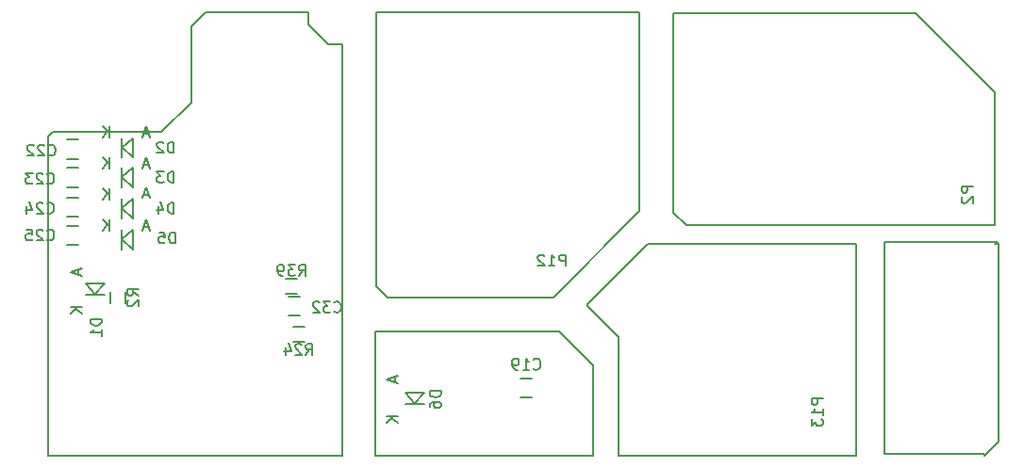
<source format=gbo>
G04 #@! TF.FileFunction,Legend,Bot*
%FSLAX46Y46*%
G04 Gerber Fmt 4.6, Leading zero omitted, Abs format (unit mm)*
G04 Created by KiCad (PCBNEW 0.201511171411+6319~30~ubuntu15.10.1-product) date Fr 04 Dez 2015 11:26:38 CET*
%MOMM*%
G01*
G04 APERTURE LIST*
%ADD10C,0.100000*%
%ADD11C,0.200000*%
%ADD12C,0.150000*%
G04 APERTURE END LIST*
D10*
D11*
X144272000Y-39497000D02*
X153543000Y-39497000D01*
X143002000Y-40767000D02*
X144272000Y-39497000D01*
X143002000Y-47625000D02*
X143002000Y-40767000D01*
X140335000Y-50292000D02*
X143002000Y-47625000D01*
X137160000Y-50292000D02*
X140335000Y-50292000D01*
X175514000Y-65151000D02*
X160655000Y-65151000D01*
X159639000Y-64135000D02*
X159639000Y-39497000D01*
X159639000Y-64135000D02*
X160655000Y-65151000D01*
X156591000Y-42418000D02*
X156591000Y-79375000D01*
X153543000Y-40640000D02*
X153543000Y-39497000D01*
X155321000Y-42418000D02*
X153543000Y-40640000D01*
X156591000Y-42418000D02*
X155321000Y-42418000D01*
X205232000Y-79248000D02*
X214249000Y-79248000D01*
X205232000Y-60198000D02*
X205232000Y-79248000D01*
X215392000Y-60198000D02*
X215519000Y-60325000D01*
X205232000Y-60198000D02*
X215392000Y-60198000D01*
X202692000Y-60325000D02*
X184023000Y-60325000D01*
X202692000Y-79375000D02*
X202692000Y-60325000D01*
X202692000Y-79375000D02*
X181356000Y-79375000D01*
X215519000Y-60325000D02*
X215138000Y-60325000D01*
X215519000Y-78105000D02*
X215519000Y-60325000D01*
X214249000Y-79375000D02*
X215519000Y-78105000D01*
X156591000Y-79375000D02*
X130175000Y-79375000D01*
X179070000Y-79375000D02*
X159512000Y-79375000D01*
X181356000Y-68707000D02*
X181356000Y-79375000D01*
X180848000Y-68199000D02*
X181356000Y-68707000D01*
X179070000Y-71247000D02*
X179070000Y-79375000D01*
X176022000Y-68199000D02*
X179070000Y-71247000D01*
X178562000Y-65786000D02*
X184023000Y-60325000D01*
X208026000Y-39624000D02*
X186309000Y-39624000D01*
X215138000Y-46736000D02*
X208026000Y-39624000D01*
X215138000Y-58674000D02*
X215138000Y-46736000D01*
X186309000Y-57531000D02*
X186309000Y-57404000D01*
X187452000Y-58674000D02*
X186309000Y-57531000D01*
X215138000Y-58674000D02*
X187452000Y-58674000D01*
X186309000Y-39624000D02*
X186309000Y-57404000D01*
X183261000Y-39497000D02*
X159639000Y-39497000D01*
X183261000Y-57404000D02*
X183261000Y-39497000D01*
X175514000Y-65151000D02*
X183261000Y-57404000D01*
X159512000Y-68199000D02*
X159512000Y-79375000D01*
X130175000Y-78105000D02*
X130175000Y-79375000D01*
X130175000Y-50673000D02*
X130175000Y-78105000D01*
X130556000Y-50292000D02*
X130175000Y-50673000D01*
X137160000Y-50292000D02*
X130556000Y-50292000D01*
X178562000Y-65913000D02*
X178562000Y-65786000D01*
X180848000Y-68199000D02*
X178562000Y-65913000D01*
X159512000Y-68199000D02*
X176149000Y-68199000D01*
D12*
X172601000Y-72429000D02*
X173601000Y-72429000D01*
X173601000Y-74129000D02*
X172601000Y-74129000D01*
X131834000Y-50966000D02*
X132834000Y-50966000D01*
X132834000Y-52666000D02*
X131834000Y-52666000D01*
X131834000Y-53506000D02*
X132834000Y-53506000D01*
X132834000Y-55206000D02*
X131834000Y-55206000D01*
X131834000Y-56173000D02*
X132834000Y-56173000D01*
X132834000Y-57873000D02*
X131834000Y-57873000D01*
X131834000Y-58713000D02*
X132834000Y-58713000D01*
X132834000Y-60413000D02*
X131834000Y-60413000D01*
X137073000Y-65651000D02*
X137073000Y-64651000D01*
X135723000Y-64651000D02*
X135723000Y-65651000D01*
X134315200Y-64916240D02*
X135216000Y-63915480D01*
X135216000Y-63915480D02*
X133516000Y-63915480D01*
X133516000Y-63915480D02*
X134366000Y-64916240D01*
X135216000Y-64916240D02*
X133516000Y-64916240D01*
X136759760Y-51638200D02*
X137760520Y-52539000D01*
X137760520Y-52539000D02*
X137760520Y-50839000D01*
X137760520Y-50839000D02*
X136759760Y-51689000D01*
X136759760Y-52539000D02*
X136759760Y-50839000D01*
X136759760Y-54305200D02*
X137760520Y-55206000D01*
X137760520Y-55206000D02*
X137760520Y-53506000D01*
X137760520Y-53506000D02*
X136759760Y-54356000D01*
X136759760Y-55206000D02*
X136759760Y-53506000D01*
X136759760Y-57099200D02*
X137760520Y-58000000D01*
X137760520Y-58000000D02*
X137760520Y-56300000D01*
X137760520Y-56300000D02*
X136759760Y-57150000D01*
X136759760Y-58000000D02*
X136759760Y-56300000D01*
X136759760Y-59893200D02*
X137760520Y-60794000D01*
X137760520Y-60794000D02*
X137760520Y-59094000D01*
X137760520Y-59094000D02*
X136759760Y-59944000D01*
X136759760Y-60794000D02*
X136759760Y-59094000D01*
X152773000Y-66763000D02*
X151773000Y-66763000D01*
X151773000Y-65063000D02*
X152773000Y-65063000D01*
X163017200Y-74695240D02*
X163918000Y-73694480D01*
X163918000Y-73694480D02*
X162218000Y-73694480D01*
X162218000Y-73694480D02*
X163068000Y-74695240D01*
X163918000Y-74695240D02*
X162218000Y-74695240D01*
X153154000Y-67778000D02*
X152154000Y-67778000D01*
X152154000Y-69128000D02*
X153154000Y-69128000D01*
X151519000Y-64810000D02*
X152519000Y-64810000D01*
X152519000Y-63460000D02*
X151519000Y-63460000D01*
X173743857Y-71536143D02*
X173791476Y-71583762D01*
X173934333Y-71631381D01*
X174029571Y-71631381D01*
X174172429Y-71583762D01*
X174267667Y-71488524D01*
X174315286Y-71393286D01*
X174362905Y-71202810D01*
X174362905Y-71059952D01*
X174315286Y-70869476D01*
X174267667Y-70774238D01*
X174172429Y-70679000D01*
X174029571Y-70631381D01*
X173934333Y-70631381D01*
X173791476Y-70679000D01*
X173743857Y-70726619D01*
X172791476Y-71631381D02*
X173362905Y-71631381D01*
X173077191Y-71631381D02*
X173077191Y-70631381D01*
X173172429Y-70774238D01*
X173267667Y-70869476D01*
X173362905Y-70917095D01*
X172315286Y-71631381D02*
X172124810Y-71631381D01*
X172029571Y-71583762D01*
X171981952Y-71536143D01*
X171886714Y-71393286D01*
X171839095Y-71202810D01*
X171839095Y-70821857D01*
X171886714Y-70726619D01*
X171934333Y-70679000D01*
X172029571Y-70631381D01*
X172220048Y-70631381D01*
X172315286Y-70679000D01*
X172362905Y-70726619D01*
X172410524Y-70821857D01*
X172410524Y-71059952D01*
X172362905Y-71155190D01*
X172315286Y-71202810D01*
X172220048Y-71250429D01*
X172029571Y-71250429D01*
X171934333Y-71202810D01*
X171886714Y-71155190D01*
X171839095Y-71059952D01*
X130182857Y-52300143D02*
X130230476Y-52347762D01*
X130373333Y-52395381D01*
X130468571Y-52395381D01*
X130611429Y-52347762D01*
X130706667Y-52252524D01*
X130754286Y-52157286D01*
X130801905Y-51966810D01*
X130801905Y-51823952D01*
X130754286Y-51633476D01*
X130706667Y-51538238D01*
X130611429Y-51443000D01*
X130468571Y-51395381D01*
X130373333Y-51395381D01*
X130230476Y-51443000D01*
X130182857Y-51490619D01*
X129801905Y-51490619D02*
X129754286Y-51443000D01*
X129659048Y-51395381D01*
X129420952Y-51395381D01*
X129325714Y-51443000D01*
X129278095Y-51490619D01*
X129230476Y-51585857D01*
X129230476Y-51681095D01*
X129278095Y-51823952D01*
X129849524Y-52395381D01*
X129230476Y-52395381D01*
X128849524Y-51490619D02*
X128801905Y-51443000D01*
X128706667Y-51395381D01*
X128468571Y-51395381D01*
X128373333Y-51443000D01*
X128325714Y-51490619D01*
X128278095Y-51585857D01*
X128278095Y-51681095D01*
X128325714Y-51823952D01*
X128897143Y-52395381D01*
X128278095Y-52395381D01*
X130055857Y-54840143D02*
X130103476Y-54887762D01*
X130246333Y-54935381D01*
X130341571Y-54935381D01*
X130484429Y-54887762D01*
X130579667Y-54792524D01*
X130627286Y-54697286D01*
X130674905Y-54506810D01*
X130674905Y-54363952D01*
X130627286Y-54173476D01*
X130579667Y-54078238D01*
X130484429Y-53983000D01*
X130341571Y-53935381D01*
X130246333Y-53935381D01*
X130103476Y-53983000D01*
X130055857Y-54030619D01*
X129674905Y-54030619D02*
X129627286Y-53983000D01*
X129532048Y-53935381D01*
X129293952Y-53935381D01*
X129198714Y-53983000D01*
X129151095Y-54030619D01*
X129103476Y-54125857D01*
X129103476Y-54221095D01*
X129151095Y-54363952D01*
X129722524Y-54935381D01*
X129103476Y-54935381D01*
X128770143Y-53935381D02*
X128151095Y-53935381D01*
X128484429Y-54316333D01*
X128341571Y-54316333D01*
X128246333Y-54363952D01*
X128198714Y-54411571D01*
X128151095Y-54506810D01*
X128151095Y-54744905D01*
X128198714Y-54840143D01*
X128246333Y-54887762D01*
X128341571Y-54935381D01*
X128627286Y-54935381D01*
X128722524Y-54887762D01*
X128770143Y-54840143D01*
X130055857Y-57507143D02*
X130103476Y-57554762D01*
X130246333Y-57602381D01*
X130341571Y-57602381D01*
X130484429Y-57554762D01*
X130579667Y-57459524D01*
X130627286Y-57364286D01*
X130674905Y-57173810D01*
X130674905Y-57030952D01*
X130627286Y-56840476D01*
X130579667Y-56745238D01*
X130484429Y-56650000D01*
X130341571Y-56602381D01*
X130246333Y-56602381D01*
X130103476Y-56650000D01*
X130055857Y-56697619D01*
X129674905Y-56697619D02*
X129627286Y-56650000D01*
X129532048Y-56602381D01*
X129293952Y-56602381D01*
X129198714Y-56650000D01*
X129151095Y-56697619D01*
X129103476Y-56792857D01*
X129103476Y-56888095D01*
X129151095Y-57030952D01*
X129722524Y-57602381D01*
X129103476Y-57602381D01*
X128246333Y-56935714D02*
X128246333Y-57602381D01*
X128484429Y-56554762D02*
X128722524Y-57269048D01*
X128103476Y-57269048D01*
X130055857Y-59920143D02*
X130103476Y-59967762D01*
X130246333Y-60015381D01*
X130341571Y-60015381D01*
X130484429Y-59967762D01*
X130579667Y-59872524D01*
X130627286Y-59777286D01*
X130674905Y-59586810D01*
X130674905Y-59443952D01*
X130627286Y-59253476D01*
X130579667Y-59158238D01*
X130484429Y-59063000D01*
X130341571Y-59015381D01*
X130246333Y-59015381D01*
X130103476Y-59063000D01*
X130055857Y-59110619D01*
X129674905Y-59110619D02*
X129627286Y-59063000D01*
X129532048Y-59015381D01*
X129293952Y-59015381D01*
X129198714Y-59063000D01*
X129151095Y-59110619D01*
X129103476Y-59205857D01*
X129103476Y-59301095D01*
X129151095Y-59443952D01*
X129722524Y-60015381D01*
X129103476Y-60015381D01*
X128198714Y-59015381D02*
X128674905Y-59015381D01*
X128722524Y-59491571D01*
X128674905Y-59443952D01*
X128579667Y-59396333D01*
X128341571Y-59396333D01*
X128246333Y-59443952D01*
X128198714Y-59491571D01*
X128151095Y-59586810D01*
X128151095Y-59824905D01*
X128198714Y-59920143D01*
X128246333Y-59967762D01*
X128341571Y-60015381D01*
X128579667Y-60015381D01*
X128674905Y-59967762D01*
X128722524Y-59920143D01*
X213177381Y-55141905D02*
X212177381Y-55141905D01*
X212177381Y-55522858D01*
X212225000Y-55618096D01*
X212272619Y-55665715D01*
X212367857Y-55713334D01*
X212510714Y-55713334D01*
X212605952Y-55665715D01*
X212653571Y-55618096D01*
X212701190Y-55522858D01*
X212701190Y-55141905D01*
X212272619Y-56094286D02*
X212225000Y-56141905D01*
X212177381Y-56237143D01*
X212177381Y-56475239D01*
X212225000Y-56570477D01*
X212272619Y-56618096D01*
X212367857Y-56665715D01*
X212463095Y-56665715D01*
X212605952Y-56618096D01*
X213177381Y-56046667D01*
X213177381Y-56665715D01*
X138247381Y-64984334D02*
X137771190Y-64651000D01*
X138247381Y-64412905D02*
X137247381Y-64412905D01*
X137247381Y-64793858D01*
X137295000Y-64889096D01*
X137342619Y-64936715D01*
X137437857Y-64984334D01*
X137580714Y-64984334D01*
X137675952Y-64936715D01*
X137723571Y-64889096D01*
X137771190Y-64793858D01*
X137771190Y-64412905D01*
X137342619Y-65365286D02*
X137295000Y-65412905D01*
X137247381Y-65508143D01*
X137247381Y-65746239D01*
X137295000Y-65841477D01*
X137342619Y-65889096D01*
X137437857Y-65936715D01*
X137533095Y-65936715D01*
X137675952Y-65889096D01*
X138247381Y-65317667D01*
X138247381Y-65936715D01*
X134945381Y-67079905D02*
X133945381Y-67079905D01*
X133945381Y-67318000D01*
X133993000Y-67460858D01*
X134088238Y-67556096D01*
X134183476Y-67603715D01*
X134373952Y-67651334D01*
X134516810Y-67651334D01*
X134707286Y-67603715D01*
X134802524Y-67556096D01*
X134897762Y-67460858D01*
X134945381Y-67318000D01*
X134945381Y-67079905D01*
X134945381Y-68603715D02*
X134945381Y-68032286D01*
X134945381Y-68318000D02*
X133945381Y-68318000D01*
X134088238Y-68222762D01*
X134183476Y-68127524D01*
X134231095Y-68032286D01*
X133167381Y-66032095D02*
X132167381Y-66032095D01*
X133167381Y-66603524D02*
X132595952Y-66174952D01*
X132167381Y-66603524D02*
X132738810Y-66032095D01*
X132881667Y-62626905D02*
X132881667Y-63103096D01*
X133167381Y-62531667D02*
X132167381Y-62865000D01*
X133167381Y-63198334D01*
X141454095Y-52141381D02*
X141454095Y-51141381D01*
X141216000Y-51141381D01*
X141073142Y-51189000D01*
X140977904Y-51284238D01*
X140930285Y-51379476D01*
X140882666Y-51569952D01*
X140882666Y-51712810D01*
X140930285Y-51903286D01*
X140977904Y-51998524D01*
X141073142Y-52093762D01*
X141216000Y-52141381D01*
X141454095Y-52141381D01*
X140501714Y-51236619D02*
X140454095Y-51189000D01*
X140358857Y-51141381D01*
X140120761Y-51141381D01*
X140025523Y-51189000D01*
X139977904Y-51236619D01*
X139930285Y-51331857D01*
X139930285Y-51427095D01*
X139977904Y-51569952D01*
X140549333Y-52141381D01*
X139930285Y-52141381D01*
X135643905Y-50744381D02*
X135643905Y-49744381D01*
X135072476Y-50744381D02*
X135501048Y-50172952D01*
X135072476Y-49744381D02*
X135643905Y-50315810D01*
X139176095Y-50458667D02*
X138699904Y-50458667D01*
X139271333Y-50744381D02*
X138938000Y-49744381D01*
X138604666Y-50744381D01*
X141454095Y-54808381D02*
X141454095Y-53808381D01*
X141216000Y-53808381D01*
X141073142Y-53856000D01*
X140977904Y-53951238D01*
X140930285Y-54046476D01*
X140882666Y-54236952D01*
X140882666Y-54379810D01*
X140930285Y-54570286D01*
X140977904Y-54665524D01*
X141073142Y-54760762D01*
X141216000Y-54808381D01*
X141454095Y-54808381D01*
X140549333Y-53808381D02*
X139930285Y-53808381D01*
X140263619Y-54189333D01*
X140120761Y-54189333D01*
X140025523Y-54236952D01*
X139977904Y-54284571D01*
X139930285Y-54379810D01*
X139930285Y-54617905D01*
X139977904Y-54713143D01*
X140025523Y-54760762D01*
X140120761Y-54808381D01*
X140406476Y-54808381D01*
X140501714Y-54760762D01*
X140549333Y-54713143D01*
X135643905Y-53538381D02*
X135643905Y-52538381D01*
X135072476Y-53538381D02*
X135501048Y-52966952D01*
X135072476Y-52538381D02*
X135643905Y-53109810D01*
X139176095Y-53252667D02*
X138699904Y-53252667D01*
X139271333Y-53538381D02*
X138938000Y-52538381D01*
X138604666Y-53538381D01*
X141454095Y-57602381D02*
X141454095Y-56602381D01*
X141216000Y-56602381D01*
X141073142Y-56650000D01*
X140977904Y-56745238D01*
X140930285Y-56840476D01*
X140882666Y-57030952D01*
X140882666Y-57173810D01*
X140930285Y-57364286D01*
X140977904Y-57459524D01*
X141073142Y-57554762D01*
X141216000Y-57602381D01*
X141454095Y-57602381D01*
X140025523Y-56935714D02*
X140025523Y-57602381D01*
X140263619Y-56554762D02*
X140501714Y-57269048D01*
X139882666Y-57269048D01*
X135643905Y-56332381D02*
X135643905Y-55332381D01*
X135072476Y-56332381D02*
X135501048Y-55760952D01*
X135072476Y-55332381D02*
X135643905Y-55903810D01*
X139176095Y-55919667D02*
X138699904Y-55919667D01*
X139271333Y-56205381D02*
X138938000Y-55205381D01*
X138604666Y-56205381D01*
X141581095Y-60269381D02*
X141581095Y-59269381D01*
X141343000Y-59269381D01*
X141200142Y-59317000D01*
X141104904Y-59412238D01*
X141057285Y-59507476D01*
X141009666Y-59697952D01*
X141009666Y-59840810D01*
X141057285Y-60031286D01*
X141104904Y-60126524D01*
X141200142Y-60221762D01*
X141343000Y-60269381D01*
X141581095Y-60269381D01*
X140104904Y-59269381D02*
X140581095Y-59269381D01*
X140628714Y-59745571D01*
X140581095Y-59697952D01*
X140485857Y-59650333D01*
X140247761Y-59650333D01*
X140152523Y-59697952D01*
X140104904Y-59745571D01*
X140057285Y-59840810D01*
X140057285Y-60078905D01*
X140104904Y-60174143D01*
X140152523Y-60221762D01*
X140247761Y-60269381D01*
X140485857Y-60269381D01*
X140581095Y-60221762D01*
X140628714Y-60174143D01*
X135643905Y-59126381D02*
X135643905Y-58126381D01*
X135072476Y-59126381D02*
X135501048Y-58554952D01*
X135072476Y-58126381D02*
X135643905Y-58697810D01*
X139176095Y-58840667D02*
X138699904Y-58840667D01*
X139271333Y-59126381D02*
X138938000Y-58126381D01*
X138604666Y-59126381D01*
X155836857Y-66397143D02*
X155884476Y-66444762D01*
X156027333Y-66492381D01*
X156122571Y-66492381D01*
X156265429Y-66444762D01*
X156360667Y-66349524D01*
X156408286Y-66254286D01*
X156455905Y-66063810D01*
X156455905Y-65920952D01*
X156408286Y-65730476D01*
X156360667Y-65635238D01*
X156265429Y-65540000D01*
X156122571Y-65492381D01*
X156027333Y-65492381D01*
X155884476Y-65540000D01*
X155836857Y-65587619D01*
X155503524Y-65492381D02*
X154884476Y-65492381D01*
X155217810Y-65873333D01*
X155074952Y-65873333D01*
X154979714Y-65920952D01*
X154932095Y-65968571D01*
X154884476Y-66063810D01*
X154884476Y-66301905D01*
X154932095Y-66397143D01*
X154979714Y-66444762D01*
X155074952Y-66492381D01*
X155360667Y-66492381D01*
X155455905Y-66444762D01*
X155503524Y-66397143D01*
X154503524Y-65587619D02*
X154455905Y-65540000D01*
X154360667Y-65492381D01*
X154122571Y-65492381D01*
X154027333Y-65540000D01*
X153979714Y-65587619D01*
X153932095Y-65682857D01*
X153932095Y-65778095D01*
X153979714Y-65920952D01*
X154551143Y-66492381D01*
X153932095Y-66492381D01*
X165425381Y-73556905D02*
X164425381Y-73556905D01*
X164425381Y-73795000D01*
X164473000Y-73937858D01*
X164568238Y-74033096D01*
X164663476Y-74080715D01*
X164853952Y-74128334D01*
X164996810Y-74128334D01*
X165187286Y-74080715D01*
X165282524Y-74033096D01*
X165377762Y-73937858D01*
X165425381Y-73795000D01*
X165425381Y-73556905D01*
X164425381Y-74985477D02*
X164425381Y-74795000D01*
X164473000Y-74699762D01*
X164520619Y-74652143D01*
X164663476Y-74556905D01*
X164853952Y-74509286D01*
X165234905Y-74509286D01*
X165330143Y-74556905D01*
X165377762Y-74604524D01*
X165425381Y-74699762D01*
X165425381Y-74890239D01*
X165377762Y-74985477D01*
X165330143Y-75033096D01*
X165234905Y-75080715D01*
X164996810Y-75080715D01*
X164901571Y-75033096D01*
X164853952Y-74985477D01*
X164806333Y-74890239D01*
X164806333Y-74699762D01*
X164853952Y-74604524D01*
X164901571Y-74556905D01*
X164996810Y-74509286D01*
X161570381Y-75833095D02*
X160570381Y-75833095D01*
X161570381Y-76404524D02*
X160998952Y-75975952D01*
X160570381Y-76404524D02*
X161141810Y-75833095D01*
X161284667Y-72256905D02*
X161284667Y-72733096D01*
X161570381Y-72161667D02*
X160570381Y-72495000D01*
X161570381Y-72828334D01*
X176601286Y-62301381D02*
X176601286Y-61301381D01*
X176220333Y-61301381D01*
X176125095Y-61349000D01*
X176077476Y-61396619D01*
X176029857Y-61491857D01*
X176029857Y-61634714D01*
X176077476Y-61729952D01*
X176125095Y-61777571D01*
X176220333Y-61825190D01*
X176601286Y-61825190D01*
X175077476Y-62301381D02*
X175648905Y-62301381D01*
X175363191Y-62301381D02*
X175363191Y-61301381D01*
X175458429Y-61444238D01*
X175553667Y-61539476D01*
X175648905Y-61587095D01*
X174696524Y-61396619D02*
X174648905Y-61349000D01*
X174553667Y-61301381D01*
X174315571Y-61301381D01*
X174220333Y-61349000D01*
X174172714Y-61396619D01*
X174125095Y-61491857D01*
X174125095Y-61587095D01*
X174172714Y-61729952D01*
X174744143Y-62301381D01*
X174125095Y-62301381D01*
X199715381Y-74223714D02*
X198715381Y-74223714D01*
X198715381Y-74604667D01*
X198763000Y-74699905D01*
X198810619Y-74747524D01*
X198905857Y-74795143D01*
X199048714Y-74795143D01*
X199143952Y-74747524D01*
X199191571Y-74699905D01*
X199239190Y-74604667D01*
X199239190Y-74223714D01*
X199715381Y-75747524D02*
X199715381Y-75176095D01*
X199715381Y-75461809D02*
X198715381Y-75461809D01*
X198858238Y-75366571D01*
X198953476Y-75271333D01*
X199001095Y-75176095D01*
X198715381Y-76080857D02*
X198715381Y-76699905D01*
X199096333Y-76366571D01*
X199096333Y-76509429D01*
X199143952Y-76604667D01*
X199191571Y-76652286D01*
X199286810Y-76699905D01*
X199524905Y-76699905D01*
X199620143Y-76652286D01*
X199667762Y-76604667D01*
X199715381Y-76509429D01*
X199715381Y-76223714D01*
X199667762Y-76128476D01*
X199620143Y-76080857D01*
X153296857Y-70302381D02*
X153630191Y-69826190D01*
X153868286Y-70302381D02*
X153868286Y-69302381D01*
X153487333Y-69302381D01*
X153392095Y-69350000D01*
X153344476Y-69397619D01*
X153296857Y-69492857D01*
X153296857Y-69635714D01*
X153344476Y-69730952D01*
X153392095Y-69778571D01*
X153487333Y-69826190D01*
X153868286Y-69826190D01*
X152915905Y-69397619D02*
X152868286Y-69350000D01*
X152773048Y-69302381D01*
X152534952Y-69302381D01*
X152439714Y-69350000D01*
X152392095Y-69397619D01*
X152344476Y-69492857D01*
X152344476Y-69588095D01*
X152392095Y-69730952D01*
X152963524Y-70302381D01*
X152344476Y-70302381D01*
X151487333Y-69635714D02*
X151487333Y-70302381D01*
X151725429Y-69254762D02*
X151963524Y-69969048D01*
X151344476Y-69969048D01*
X152661857Y-63190381D02*
X152995191Y-62714190D01*
X153233286Y-63190381D02*
X153233286Y-62190381D01*
X152852333Y-62190381D01*
X152757095Y-62238000D01*
X152709476Y-62285619D01*
X152661857Y-62380857D01*
X152661857Y-62523714D01*
X152709476Y-62618952D01*
X152757095Y-62666571D01*
X152852333Y-62714190D01*
X153233286Y-62714190D01*
X152328524Y-62190381D02*
X151709476Y-62190381D01*
X152042810Y-62571333D01*
X151899952Y-62571333D01*
X151804714Y-62618952D01*
X151757095Y-62666571D01*
X151709476Y-62761810D01*
X151709476Y-62999905D01*
X151757095Y-63095143D01*
X151804714Y-63142762D01*
X151899952Y-63190381D01*
X152185667Y-63190381D01*
X152280905Y-63142762D01*
X152328524Y-63095143D01*
X151233286Y-63190381D02*
X151042810Y-63190381D01*
X150947571Y-63142762D01*
X150899952Y-63095143D01*
X150804714Y-62952286D01*
X150757095Y-62761810D01*
X150757095Y-62380857D01*
X150804714Y-62285619D01*
X150852333Y-62238000D01*
X150947571Y-62190381D01*
X151138048Y-62190381D01*
X151233286Y-62238000D01*
X151280905Y-62285619D01*
X151328524Y-62380857D01*
X151328524Y-62618952D01*
X151280905Y-62714190D01*
X151233286Y-62761810D01*
X151138048Y-62809429D01*
X150947571Y-62809429D01*
X150852333Y-62761810D01*
X150804714Y-62714190D01*
X150757095Y-62618952D01*
M02*

</source>
